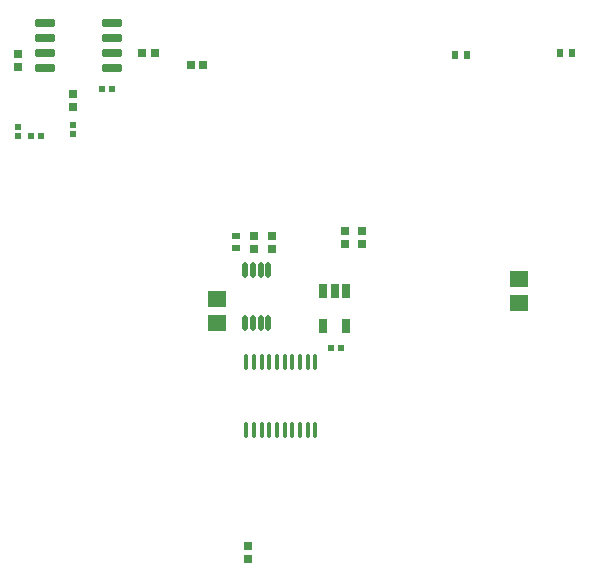
<source format=gbr>
%TF.GenerationSoftware,Altium Limited,Altium Designer,19.1.6 (110)*%
G04 Layer_Color=128*
%FSLAX26Y26*%
%MOIN*%
%TF.FileFunction,Paste,Bot*%
%TF.Part,Single*%
G01*
G75*
%TA.AperFunction,SMDPad,CuDef*%
%ADD11R,0.021654X0.021654*%
%ADD16R,0.025591X0.021654*%
%ADD17R,0.025591X0.029528*%
%ADD18R,0.020472X0.020472*%
%ADD19R,0.020472X0.020472*%
%ADD21R,0.029528X0.025591*%
G04:AMPARAMS|DCode=23|XSize=25.591mil|YSize=47.244mil|CornerRadius=1.919mil|HoleSize=0mil|Usage=FLASHONLY|Rotation=0.000|XOffset=0mil|YOffset=0mil|HoleType=Round|Shape=RoundedRectangle|*
%AMROUNDEDRECTD23*
21,1,0.025591,0.043406,0,0,0.0*
21,1,0.021752,0.047244,0,0,0.0*
1,1,0.003839,0.010876,-0.021703*
1,1,0.003839,-0.010876,-0.021703*
1,1,0.003839,-0.010876,0.021703*
1,1,0.003839,0.010876,0.021703*
%
%ADD23ROUNDEDRECTD23*%
%ADD29O,0.013780X0.055118*%
%ADD31O,0.019685X0.053150*%
%ADD32R,0.061024X0.053150*%
%ADD48R,0.021654X0.025591*%
%ADD49R,0.027559X0.025591*%
G04:AMPARAMS|DCode=50|XSize=25.591mil|YSize=64.961mil|CornerRadius=1.919mil|HoleSize=0mil|Usage=FLASHONLY|Rotation=270.000|XOffset=0mil|YOffset=0mil|HoleType=Round|Shape=RoundedRectangle|*
%AMROUNDEDRECTD50*
21,1,0.025591,0.061122,0,0,270.0*
21,1,0.021752,0.064961,0,0,270.0*
1,1,0.003839,-0.030561,-0.010876*
1,1,0.003839,-0.030561,0.010876*
1,1,0.003839,0.030561,0.010876*
1,1,0.003839,0.030561,-0.010876*
%
%ADD50ROUNDEDRECTD50*%
D11*
X170716Y4544000D02*
D03*
X135283D02*
D03*
D16*
X819173Y4171315D02*
D03*
Y4210685D02*
D03*
D17*
X551654Y4820000D02*
D03*
X508346D02*
D03*
D18*
X95000Y4544252D02*
D03*
Y4575748D02*
D03*
X278000Y4582748D02*
D03*
Y4551252D02*
D03*
D19*
X405748Y4700000D02*
D03*
X374252D02*
D03*
X1168748Y3838000D02*
D03*
X1137252D02*
D03*
D21*
X860000Y3133346D02*
D03*
Y3176653D02*
D03*
X879174Y4211654D02*
D03*
Y4168346D02*
D03*
X939174D02*
D03*
Y4211654D02*
D03*
X95000Y4773346D02*
D03*
Y4816654D02*
D03*
X1241000Y4229654D02*
D03*
Y4186346D02*
D03*
X278000Y4641346D02*
D03*
Y4684654D02*
D03*
X1185000Y4186346D02*
D03*
Y4229654D02*
D03*
D23*
X1111458Y4028072D02*
D03*
X1148858D02*
D03*
X1186260D02*
D03*
Y3911930D02*
D03*
X1111458D02*
D03*
D29*
X854016Y3791190D02*
D03*
X879606D02*
D03*
X905198D02*
D03*
X930788D02*
D03*
X956378D02*
D03*
X981968D02*
D03*
X1007560D02*
D03*
X1033150D02*
D03*
X1058740D02*
D03*
X1084332D02*
D03*
X854016Y3564812D02*
D03*
X879606D02*
D03*
X905198D02*
D03*
X930788D02*
D03*
X956378D02*
D03*
X981968D02*
D03*
X1007560D02*
D03*
X1033150D02*
D03*
X1058740D02*
D03*
X1084332D02*
D03*
D31*
X927560Y3922402D02*
D03*
X901968D02*
D03*
X876378D02*
D03*
X850788D02*
D03*
X927560Y4097598D02*
D03*
X901968D02*
D03*
X876378D02*
D03*
X850788D02*
D03*
D32*
X1765000Y3989630D02*
D03*
Y4068370D02*
D03*
X755174Y4000370D02*
D03*
Y3921630D02*
D03*
D48*
X1939685Y4820000D02*
D03*
X1900315D02*
D03*
X1589679Y4815999D02*
D03*
X1550309D02*
D03*
D49*
X708701Y4780000D02*
D03*
X671299D02*
D03*
D50*
X183780Y4770000D02*
D03*
Y4820000D02*
D03*
Y4870000D02*
D03*
Y4920000D02*
D03*
X406220Y4770000D02*
D03*
Y4820000D02*
D03*
Y4870000D02*
D03*
Y4920000D02*
D03*
%TF.MD5,6baf70198034d5693d55bb3dff6370f0*%
M02*

</source>
